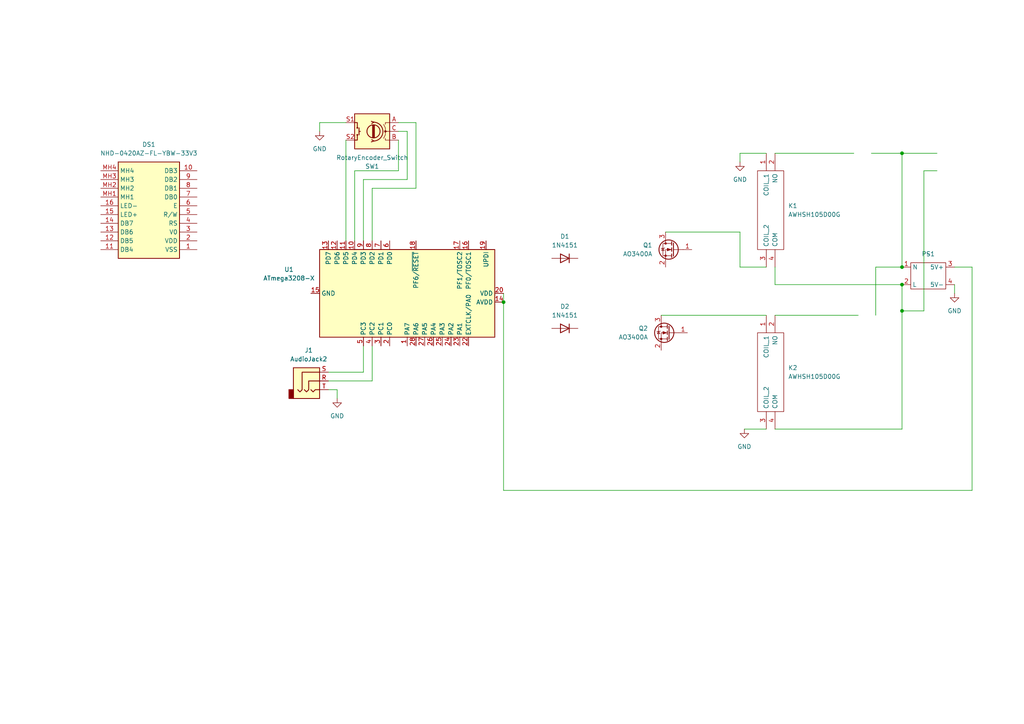
<source format=kicad_sch>
(kicad_sch (version 20230121) (generator eeschema)
  (paper "A4")
  (lib_symbols
    (symbol "Connector_Audio:AudioJack3"
      (property "Reference" "J" (at 0 8.89 0))
      (property "Value" "AudioJack3" (at 0 6.35 0))
      (symbol "AudioJack3_0_1"
        (rectangle (start -5.08 -5.08) (end -6.35 -2.54) (stroke (width 0.254)) (fill (type outline)))
        (polyline (pts (xy 0 -2.54) (xy 0.635 -3.175) (xy 1.27 -2.54) (xy 2.54 -2.54)) (stroke (width 0.254)))
        (polyline (pts (xy -1.905 -2.54) (xy -1.27 -3.175) (xy -0.635 -2.54) (xy -0.635 0) (xy 2.54 0)) (stroke (width 0.254)))
        (polyline (pts (xy 2.54 2.54) (xy -2.54 2.54) (xy -2.54 -2.54) (xy -3.175 -3.175) (xy -3.81 -2.54)) (stroke (width 0.254)))
        (rectangle (start 2.54 3.81) (end -5.08 -5.08) (stroke (width 0.254)) (fill (type background)))
      )
      (symbol "AudioJack3_1_1"
        (pin passive line (at 5.08 0 180) (length 2.54) (name "~") (number "R"))
        (pin passive line (at 5.08 2.54 180) (length 2.54) (name "~") (number "S"))
        (pin passive line (at 5.08 -2.54 180) (length 2.54) (name "~") (number "T"))
      )
    )
    (symbol "Device:RotaryEncoder_Switch" (pin_names (offset 0.254) hide)
      (property "Reference" "SW" (at 0 6.604 0))
      (property "Value" "RotaryEncoder_Switch" (at 0 -6.604 0))
      (symbol "RotaryEncoder_Switch_0_1"
        (rectangle (start -5.08 5.08) (end 5.08 -5.08) (stroke (width 0.254)) (fill (type background)))
        (circle (center -3.81 0) (radius 0.254) (fill (type outline)))
        (circle (center -0.381 0) (radius 1.905) (stroke (width 0.254)))
        (arc (start -0.381 2.667) (mid -3.0988 -0.0635) (end -0.381 -2.794) (stroke (width 0.254)))
        (polyline (pts (xy -0.635 -1.778) (xy -0.635 1.778)) (stroke (width 0.254)))
        (polyline (pts (xy -0.381 -1.778) (xy -0.381 1.778)) (stroke (width 0.254)))
        (polyline (pts (xy -0.127 1.778) (xy -0.127 -1.778)) (stroke (width 0.254)))
        (polyline (pts (xy 3.81 0) (xy 3.429 0)) (stroke (width 0.254)))
        (polyline (pts (xy 3.81 1.016) (xy 3.81 -1.016)) (stroke (width 0.254)))
        (polyline (pts (xy -5.08 -2.54) (xy -3.81 -2.54) (xy -3.81 -2.032)))
        (polyline (pts (xy -5.08 2.54) (xy -3.81 2.54) (xy -3.81 2.032)))
        (polyline (pts (xy 0.254 -3.048) (xy -0.508 -2.794) (xy 0.127 -2.413)) (stroke (width 0.254)))
        (polyline (pts (xy 0.254 2.921) (xy -0.508 2.667) (xy 0.127 2.286)) (stroke (width 0.254)))
        (polyline (pts (xy 5.08 -2.54) (xy 4.318 -2.54) (xy 4.318 -1.016)) (stroke (width 0.254)))
        (polyline (pts (xy 5.08 2.54) (xy 4.318 2.54) (xy 4.318 1.016)) (stroke (width 0.254)))
        (polyline (pts (xy -5.08 0) (xy -3.81 0) (xy -3.81 -1.016) (xy -3.302 -2.032)))
        (polyline (pts (xy -4.318 0) (xy -3.81 0) (xy -3.81 1.016) (xy -3.302 2.032)))
        (circle (center 4.318 -1.016) (radius 0.127) (stroke (width 0.254)))
        (circle (center 4.318 1.016) (radius 0.127) (stroke (width 0.254)))
      )
      (symbol "RotaryEncoder_Switch_1_1"
        (pin passive line (at -7.62 2.54 0) (length 2.54) (name "A") (number "A"))
        (pin passive line (at -7.62 -2.54 0) (length 2.54) (name "B") (number "B"))
        (pin passive line (at -7.62 0 0) (length 2.54) (name "C") (number "C"))
        (pin passive line (at 7.62 2.54 180) (length 2.54) (name "S1") (number "S1"))
        (pin passive line (at 7.62 -2.54 180) (length 2.54) (name "S2") (number "S2"))
      )
    )
    (symbol "Diode:1N4151" (pin_numbers hide) (pin_names hide)
      (property "Reference" "D" (at 0 2.54 0))
      (property "Value" "1N4151" (at 0 -2.54 0))
      (symbol "1N4151_0_1"
        (polyline (pts (xy -1.27 1.27) (xy -1.27 -1.27)) (stroke (width 0.254)))
        (polyline (pts (xy 1.27 0) (xy -1.27 0)))
        (polyline (pts (xy 1.27 1.27) (xy 1.27 -1.27) (xy -1.27 0) (xy 1.27 1.27)) (stroke (width 0.254)))
      )
      (symbol "1N4151_1_1"
        (pin passive line (at -3.81 0 0) (length 2.54) (name "K") (number "1"))
        (pin passive line (at 3.81 0 180) (length 2.54) (name "A") (number "2"))
      )
    )
    (symbol "MCU_Microchip_ATmega:ATmega3208-X"
      (property "Reference" "U" (at -12.7 26.67 0))
      (property "Value" "ATmega3208-X" (at 2.54 -26.67 0))
      (symbol "ATmega3208-X_0_1"
        (rectangle (start -12.7 -25.4) (end 12.7 25.4) (stroke (width 0.254)) (fill (type background)))
      )
      (symbol "ATmega3208-X_1_1"
        (pin bidirectional line (at 15.24 0 180) (length 2.54) (name "PA7") (number "1"))
        (pin bidirectional line (at -15.24 -15.24 0) (length 2.54) (name "PD4") (number "10"))
        (pin bidirectional line (at -15.24 -17.78 0) (length 2.54) (name "PD5") (number "11"))
        (pin bidirectional line (at -15.24 -20.32 0) (length 2.54) (name "PD6") (number "12"))
        (pin bidirectional line (at -15.24 -22.86 0) (length 2.54) (name "PD7") (number "13"))
        (pin power_in line (at 2.54 27.94 270) (length 2.54) (name "AVDD") (number "14"))
        (pin power_in line (at 0 -27.94 90) (length 2.54) (name "GND") (number "15"))
        (pin bidirectional line (at -15.24 17.78 0) (length 2.54) (name "PF0/TOSC1") (number "16"))
        (pin bidirectional line (at -15.24 15.24 0) (length 2.54) (name "PF1/TOSC2") (number "17"))
        (pin bidirectional line (at -15.24 2.54 0) (length 2.54) (name "PF6/~{RESET}") (number "18"))
        (pin bidirectional line (at -15.24 22.86 0) (length 2.54) (name "UPDI") (number "19"))
        (pin bidirectional line (at 15.24 -5.08 180) (length 2.54) (name "PC0") (number "2"))
        (pin power_in line (at 0 27.94 270) (length 2.54) (name "VDD") (number "20"))
        (pin passive line (at 0 -27.94 90) (length 2.54) hide (name "GND") (number "21"))
        (pin bidirectional line (at 15.24 17.78 180) (length 2.54) (name "EXTCLK/PA0") (number "22"))
        (pin bidirectional line (at 15.24 15.24 180) (length 2.54) (name "PA1") (number "23"))
        (pin bidirectional line (at 15.24 12.7 180) (length 2.54) (name "PA2") (number "24"))
        (pin bidirectional line (at 15.24 10.16 180) (length 2.54) (name "PA3") (number "25"))
        (pin bidirectional line (at 15.24 7.62 180) (length 2.54) (name "PA4") (number "26"))
        (pin bidirectional line (at 15.24 5.08 180) (length 2.54) (name "PA5") (number "27"))
        (pin bidirectional line (at 15.24 2.54 180) (length 2.54) (name "PA6") (number "28"))
        (pin bidirectional line (at 15.24 -7.62 180) (length 2.54) (name "PC1") (number "3"))
        (pin bidirectional line (at 15.24 -10.16 180) (length 2.54) (name "PC2") (number "4"))
        (pin bidirectional line (at 15.24 -12.7 180) (length 2.54) (name "PC3") (number "5"))
        (pin bidirectional line (at -15.24 -5.08 0) (length 2.54) (name "PD0") (number "6"))
        (pin bidirectional line (at -15.24 -7.62 0) (length 2.54) (name "PD1") (number "7"))
        (pin bidirectional line (at -15.24 -10.16 0) (length 2.54) (name "PD2") (number "8"))
        (pin bidirectional line (at -15.24 -12.7 0) (length 2.54) (name "PD3") (number "9"))
      )
    )
    (symbol "SamacSys_Parts:AWHSH105D00G" (pin_names (offset 0.762))
      (property "Reference" "K" (at 29.21 7.62 0))
      (property "Value" "AWHSH105D00G" (at 29.21 5.08 0))
      (symbol "AWHSH105D00G_0_0"
        (pin passive line (at 0 0 0) (length 5.08) (name "COIL_1") (number "1"))
        (pin passive line (at 0 -2.54 0) (length 5.08) (name "NO") (number "2"))
        (pin passive line (at 33.02 0 180) (length 5.08) (name "COIL_2") (number "3"))
        (pin passive line (at 33.02 -2.54 180) (length 5.08) (name "COM") (number "4"))
      )
      (symbol "AWHSH105D00G_0_1"
        (polyline (pts (xy 5.08 2.54) (xy 27.94 2.54) (xy 27.94 -5.08) (xy 5.08 -5.08) (xy 5.08 2.54)) (stroke (width 0.1524)))
      )
    )
    (symbol "SamacSys_Parts:NHD-0420AZ-FL-YBW-33V3"
      (property "Reference" "DS" (at 24.13 7.62 0))
      (property "Value" "NHD-0420AZ-FL-YBW-33V3" (at 24.13 5.08 0))
      (symbol "NHD-0420AZ-FL-YBW-33V3_1_1"
        (rectangle (start 5.08 2.54) (end 22.86 -25.4) (stroke (width 0.254)) (fill (type background)))
        (pin passive line (at 0 0 0) (length 5.08) (name "VSS") (number "1"))
        (pin passive line (at 0 -22.86 0) (length 5.08) (name "DB3") (number "10"))
        (pin passive line (at 27.94 0 180) (length 5.08) (name "DB4") (number "11"))
        (pin passive line (at 27.94 -2.54 180) (length 5.08) (name "DB5") (number "12"))
        (pin passive line (at 27.94 -5.08 180) (length 5.08) (name "DB6") (number "13"))
        (pin passive line (at 27.94 -7.62 180) (length 5.08) (name "DB7") (number "14"))
        (pin passive line (at 27.94 -10.16 180) (length 5.08) (name "LED+") (number "15"))
        (pin passive line (at 27.94 -12.7 180) (length 5.08) (name "LED-") (number "16"))
        (pin passive line (at 0 -2.54 0) (length 5.08) (name "VDD") (number "2"))
        (pin passive line (at 0 -5.08 0) (length 5.08) (name "V0") (number "3"))
        (pin passive line (at 0 -7.62 0) (length 5.08) (name "RS") (number "4"))
        (pin passive line (at 0 -10.16 0) (length 5.08) (name "R/W") (number "5"))
        (pin passive line (at 0 -12.7 0) (length 5.08) (name "E") (number "6"))
        (pin passive line (at 0 -15.24 0) (length 5.08) (name "DB0") (number "7"))
        (pin passive line (at 0 -17.78 0) (length 5.08) (name "DB1") (number "8"))
        (pin passive line (at 0 -20.32 0) (length 5.08) (name "DB2") (number "9"))
        (pin passive line (at 27.94 -15.24 180) (length 5.08) (name "MH1") (number "MH1"))
        (pin passive line (at 27.94 -17.78 180) (length 5.08) (name "MH2") (number "MH2"))
        (pin passive line (at 27.94 -20.32 180) (length 5.08) (name "MH3") (number "MH3"))
        (pin passive line (at 27.94 -22.86 180) (length 5.08) (name "MH4") (number "MH4"))
      )
    )
    (symbol "SamacSys_Parts:SM-PLG06A"
      (property "Reference" "PS" (at 0 0 0))
      (symbol "SM-PLG06A_0_1"
        (rectangle (start -5.08 -2.54) (end 5.08 -10.16))
      )
      (symbol "SM-PLG06A_1_1"
        (pin input line (at -7.62 -3.81 0) (length 2.54) (name "N") (number "1"))
        (pin input line (at -7.62 -8.89 0) (length 2.54) (name "L") (number "2"))
        (pin power_out line (at 7.62 -3.81 180) (length 2.54) (name "5V+") (number "3"))
        (pin power_out line (at 7.62 -8.89 180) (length 2.54) (name "5V-") (number "4"))
      )
    )
    (symbol "Transistor_FET:AO3400A" (pin_names hide)
      (property "Reference" "Q" (at 5.08 1.905 0))
      (property "Value" "AO3400A" (at 5.08 0 0))
      (symbol "AO3400A_0_1"
        (polyline (pts (xy 0.254 0) (xy -2.54 0)))
        (polyline (pts (xy 0.254 1.905) (xy 0.254 -1.905)) (stroke (width 0.254)))
        (polyline (pts (xy 0.762 -1.27) (xy 0.762 -2.286)) (stroke (width 0.254)))
        (polyline (pts (xy 0.762 0.508) (xy 0.762 -0.508)) (stroke (width 0.254)))
        (polyline (pts (xy 0.762 2.286) (xy 0.762 1.27)) (stroke (width 0.254)))
        (polyline (pts (xy 2.54 2.54) (xy 2.54 1.778)))
        (polyline (pts (xy 2.54 -2.54) (xy 2.54 0) (xy 0.762 0)))
        (polyline (pts (xy 0.762 -1.778) (xy 3.302 -1.778) (xy 3.302 1.778) (xy 0.762 1.778)))
        (polyline (pts (xy 1.016 0) (xy 2.032 0.381) (xy 2.032 -0.381) (xy 1.016 0)) (fill (type outline)))
        (polyline (pts (xy 2.794 0.508) (xy 2.921 0.381) (xy 3.683 0.381) (xy 3.81 0.254)))
        (polyline (pts (xy 3.302 0.381) (xy 2.921 -0.254) (xy 3.683 -0.254) (xy 3.302 0.381)))
        (circle (center 1.651 0) (radius 2.794) (stroke (width 0.254)))
        (circle (center 2.54 -1.778) (radius 0.254) (fill (type outline)))
        (circle (center 2.54 1.778) (radius 0.254) (fill (type outline)))
      )
      (symbol "AO3400A_1_1"
        (pin input line (at -5.08 0 0) (length 2.54) (name "G") (number "1"))
        (pin passive line (at 2.54 -5.08 90) (length 2.54) (name "S") (number "2"))
        (pin passive line (at 2.54 5.08 270) (length 2.54) (name "D") (number "3"))
      )
    )
    (symbol "power:GND" (power) (pin_names (offset 0))
      (property "Value" "GND" (at 0 -3.81 0))
      (symbol "GND_0_1"
        (polyline (pts (xy 0 0) (xy 0 -1.27) (xy 1.27 -1.27) (xy 0 -2.54) (xy -1.27 -1.27) (xy 0 -1.27)))
      )
      (symbol "GND_1_1"
        (pin power_in line (at 0 0 270) (length 0) hide (name "GND") (number "1"))
      )
    )
  )
  (junction (at 146.05 87.63))
  (junction (at 261.62 82.55))
  (junction (at 261.62 44.45))
  (junction (at 261.62 90.17))
  (junction (at 261.62 77.47))
  (wire (pts (xy 261.62 82.55) (xy 224.79 82.55)))
  (wire (pts (xy 281.94 142.24) (xy 146.05 142.24)))
  (wire (pts (xy 102.87 69.85) (xy 102.87 49.53)))
  (wire (pts (xy 224.79 82.55) (xy 224.79 77.47)))
  (wire (pts (xy 224.79 91.44) (xy 248.92 91.44)))
  (wire (pts (xy 97.79 113.03) (xy 97.79 115.57)))
  (wire (pts (xy 276.86 77.47) (xy 281.94 77.47)))
  (wire (pts (xy 261.62 44.45) (xy 252.73 44.45)))
  (wire (pts (xy 105.41 69.85) (xy 105.41 52.07)))
  (wire (pts (xy 261.62 77.47) (xy 261.62 44.45)))
  (wire (pts (xy 267.97 49.53) (xy 271.78 49.53)))
  (wire (pts (xy 100.33 40.64) (xy 100.33 69.85)))
  (wire (pts (xy 214.63 44.45) (xy 214.63 46.99)))
  (wire (pts (xy 261.62 77.47) (xy 254 77.47)))
  (wire (pts (xy 95.25 110.49) (xy 107.95 110.49)))
  (wire (pts (xy 146.05 87.63) (xy 146.05 85.09)))
  (wire (pts (xy 105.41 52.07) (xy 118.11 52.07)))
  (wire (pts (xy 254 77.47) (xy 254 91.44)))
  (wire (pts (xy 281.94 77.47) (xy 281.94 142.24)))
  (wire (pts (xy 95.25 113.03) (xy 97.79 113.03)))
  (wire (pts (xy 261.62 82.55) (xy 261.62 90.17)))
  (wire (pts (xy 215.9 124.46) (xy 222.25 124.46)))
  (wire (pts (xy 261.62 90.17) (xy 267.97 90.17)))
  (wire (pts (xy 102.87 49.53) (xy 115.57 49.53)))
  (wire (pts (xy 261.62 90.17) (xy 261.62 124.46)))
  (wire (pts (xy 267.97 90.17) (xy 267.97 49.53)))
  (wire (pts (xy 261.62 124.46) (xy 224.79 124.46)))
  (wire (pts (xy 105.41 107.95) (xy 105.41 100.33)))
  (wire (pts (xy 146.05 142.24) (xy 146.05 87.63)))
  (wire (pts (xy 191.77 91.44) (xy 222.25 91.44)))
  (wire (pts (xy 261.62 44.45) (xy 271.78 44.45)))
  (wire (pts (xy 107.95 69.85) (xy 107.95 54.61)))
  (wire (pts (xy 107.95 110.49) (xy 107.95 100.33)))
  (wire (pts (xy 118.11 52.07) (xy 118.11 38.1)))
  (wire (pts (xy 107.95 54.61) (xy 120.65 54.61)))
  (wire (pts (xy 118.11 38.1) (xy 115.57 38.1)))
  (wire (pts (xy 92.71 35.56) (xy 92.71 38.1)))
  (wire (pts (xy 224.79 44.45) (xy 247.65 44.45)))
  (wire (pts (xy 222.25 44.45) (xy 214.63 44.45)))
  (wire (pts (xy 95.25 107.95) (xy 105.41 107.95)))
  (wire (pts (xy 276.86 82.55) (xy 276.86 85.09)))
  (wire (pts (xy 222.25 77.47) (xy 214.63 77.47)))
  (wire (pts (xy 92.71 35.56) (xy 100.33 35.56)))
  (wire (pts (xy 115.57 40.64) (xy 115.57 49.53)))
  (wire (pts (xy 214.63 77.47) (xy 214.63 67.31)))
  (wire (pts (xy 214.63 67.31) (xy 193.04 67.31)))
  (wire (pts (xy 120.65 54.61) (xy 120.65 35.56)))
  (wire (pts (xy 120.65 35.56) (xy 115.57 35.56)))
  (symbol (lib_id "power:GND") (at 97.79 115.57 0) (unit 1)
    (property "Reference" "#PWR05" (effects hide))
    (property "Value" "GND" (at 97.79 120.65 0))
  )
  (symbol (lib_id "Device:RotaryEncoder_Switch") (at 107.95 38.1 0) (mirror y) (unit 1)
    (property "Reference" "SW1" (at 107.95 48.26 0))
    (property "Value" "RotaryEncoder_Switch" (at 107.95 45.72 0))
    (property "Footprint" "Rotary_Encoder:RotaryEncoder_Alps_EC11E-Switch_Vertical_H20mm" (effects hide))
  )
  (symbol (lib_id "Transistor_FET:AO3400A") (at 194.31 96.52 0) (mirror y) (unit 1)
    (property "Reference" "Q2" (at 187.96 95.25 0) (effects (justify left)))
    (property "Value" "AO3400A" (at 187.96 97.79 0) (effects (justify left)))
    (property "Footprint" "Package_TO_SOT_SMD:SOT-23" (effects hide))
    (property "Datasheet" "http://www.aosmd.com/pdfs/datasheet/AO3400A.pdf" (effects hide))
  )
  (symbol (lib_id "SamacSys_Parts:NHD-0420AZ-FL-YBW-33V3") (at 57.15 72.39 180) (unit 1)
    (property "Reference" "DS1" (at 43.18 41.91 0))
    (property "Value" "NHD-0420AZ-FL-YBW-33V3" (at 43.18 44.45 0))
    (property "Footprint" "SamacSys_Parts:NHD0420AZFLYBW33V3_MODIFIED" (effects hide))
    (property "Datasheet" "https://www.newhavendisplay.com/specs/NHD-0420AZ-FL-YBW-33V3.pdf" (effects hide))
    (property "Height" "14.5" (effects hide))
    (property "Mouser Part Number" "763-0420AZFLYBW33V3" (effects hide))
    (property "Mouser Price/Stock" "https://www.mouser.co.uk/ProductDetail/Newhaven-Display/NHD-0420AZ-FL-YBW-33V3?qs=G49gCGQm93hSVvgE4zZg6g%3D%3D" (effects hide))
    (property "Manufacturer_Name" "Newhaven Display" (effects hide))
    (property "Manufacturer_Part_Number" "NHD-0420AZ-FL-YBW-33V3" (effects hide))
  )
  (symbol (lib_id "power:GND") (at 276.86 85.09 0) (unit 1)
    (property "Reference" "#PWR02" (effects hide))
    (property "Value" "GND" (at 276.86 90.17 0))
  )
  (symbol (lib_id "SamacSys_Parts:AWHSH105D00G") (at 222.25 44.45 90) (mirror x) (unit 1)
    (property "Reference" "K1" (at 228.6 59.69 90) (effects (justify right)))
    (property "Value" "AWHSH105D00G" (at 228.6 62.23 90) (effects (justify right)))
    (property "Footprint" "SamacSys_Parts:AWHSH105D00G" (effects hide))
    (property "Datasheet" "http://www.anytek.com.cn/AWHSH112DM00G-15121582407.pdf" (effects hide))
    (property "Description" "General Purpose Relays Commercial RelayRated Carrying Current :15AType of Sealing : Sealed and Waterproof TypeNumber of pole : one poleCoil Voltage : 5VCoil Type : Standard DC CoilContact Form : Form C" (effects hide))
    (property "Height" "15.3" (effects hide))
    (property "Mouser Part Number" "523-AWHSH105D00G" (effects hide))
    (property "Mouser Price/Stock" "https://www.mouser.co.uk/ProductDetail/Amphenol-Anytek/AWHSH105D00G?qs=rSMjJ%252B1ewcT7jFUGTuCYSw%3D%3D" (effects hide))
    (property "Manufacturer_Name" "Amphenol" (effects hide))
    (property "Manufacturer_Part_Number" "AWHSH105D00G" (effects hide))
  )
  (symbol (lib_id "Diode:1N4151") (at 163.83 95.25 0) (mirror y) (unit 1)
    (property "Reference" "D2" (at 163.83 88.9 0))
    (property "Value" "1N4151" (at 163.83 91.44 0))
    (property "Footprint" "Diode_THT:D_DO-35_SOD27_P7.62mm_Horizontal" (effects hide))
    (property "Datasheet" "http://www.microsemi.com/document-portal/doc_view/11580-lds-0239" (effects hide))
    (property "Sim.Device" "D" (effects hide))
    (property "Sim.Pins" "1=K 2=A" (effects hide))
  )
  (symbol (lib_id "MCU_Microchip_ATmega:ATmega3208-X") (at 118.11 85.09 270) (unit 1)
    (property "Reference" "U1" (at 83.82 78.1619 90))
    (property "Value" "ATmega3208-X" (at 83.82 80.7019 90))
    (property "Footprint" "Package_SO:SSOP-28_5.3x10.2mm_P0.65mm" (effects hide))
    (property "Datasheet" "http://ww1.microchip.com/downloads/en/DeviceDoc/40002018A.pdf" (effects hide))
  )
  (symbol (lib_id "power:GND") (at 215.9 124.46 0) (unit 1)
    (property "Reference" "#PWR04" (effects hide))
    (property "Value" "GND" (at 215.9 129.54 0))
  )
  (symbol (lib_id "SamacSys_Parts:SM-PLG06A") (at 269.24 73.66 0) (unit 1)
    (property "Reference" "PS1" (at 269.24 73.66 0))
    (property "Value" "~" (at 269.24 73.66 0))
    (property "Footprint" "SamacSys_Parts:SM-PLG06A" (effects hide))
  )
  (symbol (lib_id "SamacSys_Parts:AWHSH105D00G") (at 222.25 91.44 90) (mirror x) (unit 1)
    (property "Reference" "K2" (at 228.6 106.68 90) (effects (justify right)))
    (property "Value" "AWHSH105D00G" (at 228.6 109.22 90) (effects (justify right)))
    (property "Footprint" "SamacSys_Parts:AWHSH105D00G" (effects hide))
    (property "Datasheet" "http://www.anytek.com.cn/AWHSH112DM00G-15121582407.pdf" (effects hide))
    (property "Description" "General Purpose Relays Commercial RelayRated Carrying Current :15AType of Sealing : Sealed and Waterproof TypeNumber of pole : one poleCoil Voltage : 5VCoil Type : Standard DC CoilContact Form : Form C" (effects hide))
    (property "Height" "15.3" (effects hide))
    (property "Mouser Part Number" "523-AWHSH105D00G" (effects hide))
    (property "Mouser Price/Stock" "https://www.mouser.co.uk/ProductDetail/Amphenol-Anytek/AWHSH105D00G?qs=rSMjJ%252B1ewcT7jFUGTuCYSw%3D%3D" (effects hide))
    (property "Manufacturer_Name" "Amphenol" (effects hide))
    (property "Manufacturer_Part_Number" "AWHSH105D00G" (effects hide))
  )
  (symbol (lib_id "power:GND") (at 92.71 38.1 0) (unit 1)
    (property "Reference" "#PWR01" (effects hide))
    (property "Value" "GND" (at 92.71 43.18 0))
  )
  (symbol (lib_id "power:GND") (at 214.63 46.99 0) (unit 1)
    (property "Reference" "#PWR03" (effects hide))
    (property "Value" "GND" (at 214.63 52.07 0))
  )
  (symbol (lib_id "Transistor_FET:AO3400A") (at 195.58 72.39 0) (mirror y) (unit 1)
    (property "Reference" "Q1" (at 189.23 71.12 0) (effects (justify left)))
    (property "Value" "AO3400A" (at 189.23 73.66 0) (effects (justify left)))
    (property "Footprint" "Package_TO_SOT_SMD:SOT-23" (effects hide))
    (property "Datasheet" "http://www.aosmd.com/pdfs/datasheet/AO3400A.pdf" (effects hide))
  )
  (symbol (lib_id "Connector_Audio:AudioJack3") (at 90.17 110.49 0) (unit 1)
    (property "Reference" "J1" (at 89.535 101.6 0))
    (property "Value" "AudioJack2" (at 89.535 104.14 0))
    (property "Footprint" "Connector_Audio:Jack_3.5mm_CUI_SJ1-3523N_Horizontal" (effects hide))
  )
  (symbol (lib_id "Diode:1N4151") (at 163.83 74.93 0) (mirror y) (unit 1)
    (property "Reference" "D1" (at 163.83 68.58 0))
    (property "Value" "1N4151" (at 163.83 71.12 0))
    (property "Footprint" "Diode_THT:D_DO-35_SOD27_P7.62mm_Horizontal" (effects hide))
    (property "Datasheet" "http://www.microsemi.com/document-portal/doc_view/11580-lds-0239" (effects hide))
    (property "Sim.Device" "D" (effects hide))
    (property "Sim.Pins" "1=K 2=A" (effects hide))
  )
)
</source>
